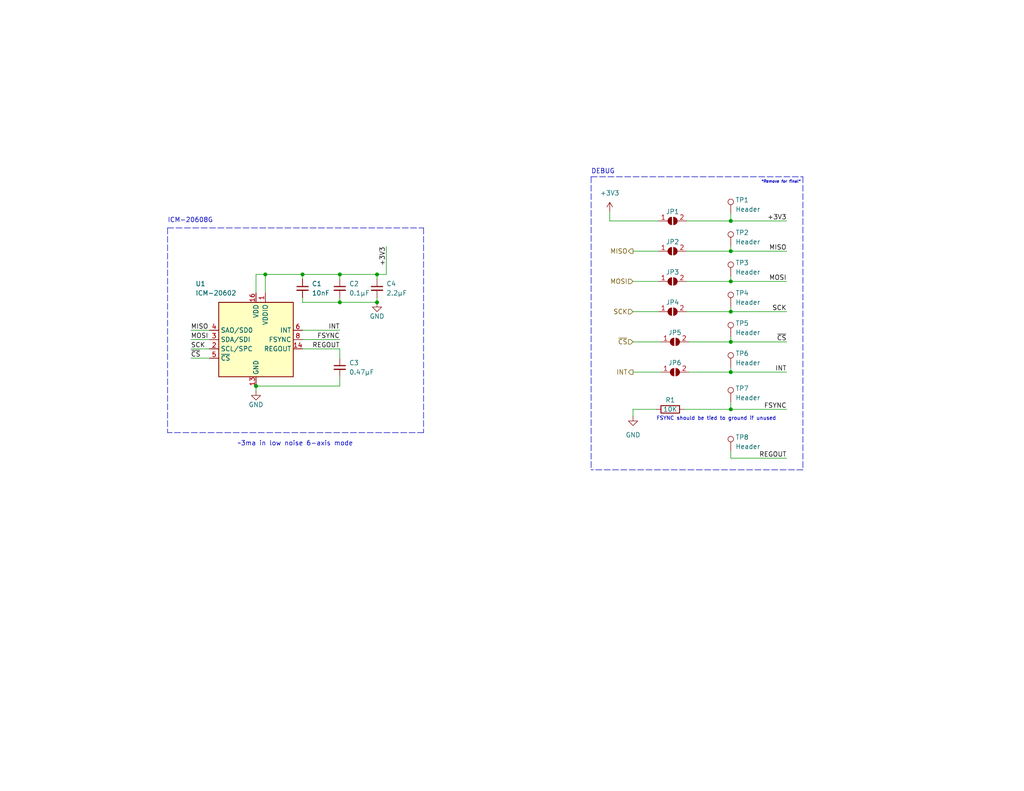
<source format=kicad_sch>
(kicad_sch (version 20211123) (generator eeschema)
  (paper "USLetter")
  (title_block (title "General Purpose IMU") (date "2022-08-06") (rev "V1.0 ") (company "Missouri S&T Rocket Design Team") (comment 1 "Seth Sievers"))
  (lib_symbols
    (symbol "Connector:TestPoint" (pin_numbers hide) (pin_names (offset 0.762) hide)
      (property "Reference" "TP" (at 0 6.858 0))
      (property "Value" "TestPoint" (at 0 5.08 0))
      (symbol "TestPoint_0_1"
        (circle (center 0 3.302) (radius 0.762))
      )
      (symbol "TestPoint_1_1"
        (pin passive line (at 0 0 90) (length 2.54) (name "1") (number "1"))
      )
    )
    (symbol "Device:C_Small" (pin_numbers hide) (pin_names (offset 0.254) hide)
      (property "Reference" "C" (at 0.254 1.778 0))
      (property "Value" "C_Small" (at 0.254 -2.032 0))
      (symbol "C_Small_0_1"
        (polyline (pts (xy -1.524 -0.508) (xy 1.524 -0.508)) (stroke (width 0.3302)))
        (polyline (pts (xy -1.524 0.508) (xy 1.524 0.508)) (stroke (width 0.3048)))
      )
      (symbol "C_Small_1_1"
        (pin passive line (at 0 2.54 270) (length 2.032) (name "~") (number "1"))
        (pin passive line (at 0 -2.54 90) (length 2.032) (name "~") (number "2"))
      )
    )
    (symbol "Device:R" (pin_numbers hide) (pin_names (offset 0))
      (property "Reference" "R" (at 2.032 0 90))
      (property "Value" "R" (at 0 0 90))
      (symbol "R_0_1"
        (rectangle (start -1.016 -2.54) (end 1.016 2.54) (stroke (width 0.254)))
      )
      (symbol "R_1_1"
        (pin passive line (at 0 3.81 270) (length 1.27) (name "~") (number "1"))
        (pin passive line (at 0 -3.81 90) (length 1.27) (name "~") (number "2"))
      )
    )
    (symbol "Jumper:SolderJumper_2_Open" (pin_names (offset 0) hide)
      (property "Reference" "JP" (at 0 2.032 0))
      (property "Value" "SolderJumper_2_Open" (at 0 -2.54 0))
      (symbol "SolderJumper_2_Open_0_1"
        (arc (start -0.254 1.016) (mid -1.27 0) (end -0.254 -1.016))
        (arc (start -0.254 1.016) (mid -1.27 0) (end -0.254 -1.016) (fill (type outline)))
        (polyline (pts (xy -0.254 1.016) (xy -0.254 -1.016)))
        (polyline (pts (xy 0.254 1.016) (xy 0.254 -1.016)))
        (arc (start 0.254 -1.016) (mid 1.27 0) (end 0.254 1.016))
        (arc (start 0.254 -1.016) (mid 1.27 0) (end 0.254 1.016) (fill (type outline)))
      )
      (symbol "SolderJumper_2_Open_1_1"
        (pin passive line (at -3.81 0 0) (length 2.54) (name "A") (number "1"))
        (pin passive line (at 3.81 0 180) (length 2.54) (name "B") (number "2"))
      )
    )
    (symbol "Sensor_Motion:ICM-20602"
      (property "Reference" "U" (at -10.16 11.43 0))
      (property "Value" "ICM-20602" (at 10.16 11.43 0))
      (symbol "ICM-20602_0_1"
        (rectangle (start -10.16 10.16) (end 10.16 -10.16) (stroke (width 0.254)) (fill (type background)))
      )
      (symbol "ICM-20602_1_1"
        (pin power_in line (at 2.54 12.7 270) (length 2.54) (name "VDDIO") (number "1"))
        (pin passive line (at 0 -12.7 90) (length 2.54) hide (name "GND") (number "10"))
        (pin passive line (at 0 -12.7 90) (length 2.54) hide (name "GND") (number "11"))
        (pin passive line (at 0 -12.7 90) (length 2.54) hide (name "GND") (number "12"))
        (pin power_in line (at 0 -12.7 90) (length 2.54) (name "GND") (number "13"))
        (pin passive line (at 12.7 -2.54 180) (length 2.54) (name "REGOUT") (number "14"))
        (pin passive line (at 0 -12.7 90) (length 2.54) hide (name "GND") (number "15"))
        (pin power_in line (at 0 12.7 270) (length 2.54) (name "VDD") (number "16"))
        (pin input line (at -12.7 -2.54 0) (length 2.54) (name "SCL/SPC") (number "2"))
        (pin bidirectional line (at -12.7 0 0) (length 2.54) (name "SDA/SDI") (number "3"))
        (pin bidirectional line (at -12.7 2.54 0) (length 2.54) (name "SAO/SD0") (number "4"))
        (pin input line (at -12.7 -5.08 0) (length 2.54) (name "~{CS}") (number "5"))
        (pin output line (at 12.7 2.54 180) (length 2.54) (name "INT") (number "6"))
        (pin no_connect line (at -10.16 5.08 0) (length 2.54) hide (name "RESV") (number "7"))
        (pin input line (at 12.7 0 180) (length 2.54) (name "FSYNC") (number "8"))
        (pin passive line (at 0 -12.7 90) (length 2.54) hide (name "GND") (number "9"))
      )
    )
    (symbol "power:+3V3" (power) (pin_names (offset 0))
      (property "Value" "+3V3" (at 0 3.556 0))
      (symbol "+3V3_0_1"
        (polyline (pts (xy -0.762 1.27) (xy 0 2.54)))
        (polyline (pts (xy 0 0) (xy 0 2.54)))
        (polyline (pts (xy 0 2.54) (xy 0.762 1.27)))
      )
      (symbol "+3V3_1_1"
        (pin power_in line (at 0 0 90) (length 0) hide (name "+3V3") (number "1"))
      )
    )
    (symbol "power:GND" (power) (pin_names (offset 0))
      (property "Value" "GND" (at 0 -3.81 0))
      (symbol "GND_0_1"
        (polyline (pts (xy 0 0) (xy 0 -1.27) (xy 1.27 -1.27) (xy 0 -2.54) (xy -1.27 -1.27) (xy 0 -1.27)))
      )
      (symbol "GND_1_1"
        (pin power_in line (at 0 0 270) (length 0) hide (name "GND") (number "1"))
      )
    )
  )
  (junction (at 199.39 76.835))
  (junction (at 69.85 105.41))
  (junction (at 102.87 74.93))
  (junction (at 82.55 74.93))
  (junction (at 199.39 60.325))
  (junction (at 102.87 82.55))
  (junction (at 72.39 74.93))
  (junction (at 92.71 74.93))
  (junction (at 199.39 111.76))
  (junction (at 199.39 85.09))
  (junction (at 92.71 82.55))
  (junction (at 199.39 93.345))
  (junction (at 199.39 68.58))
  (junction (at 199.39 101.6))
  (wire (pts (xy 82.55 95.25) (xy 92.71 95.25)))
  (wire (pts (xy 92.71 74.93) (xy 92.71 76.2)))
  (wire (pts (xy 199.39 68.58) (xy 214.63 68.58)))
  (wire (pts (xy 102.87 82.55) (xy 102.87 81.28)))
  (wire (pts (xy 199.39 125.095) (xy 214.63 125.095)))
  (wire (pts (xy 187.325 60.325) (xy 199.39 60.325)))
  (wire (pts (xy 166.37 57.785) (xy 166.37 60.325)))
  (wire (pts (xy 69.85 105.41) (xy 92.71 105.41)))
  (wire (pts (xy 199.39 111.76) (xy 214.63 111.76)))
  (wire (pts (xy 82.55 92.71) (xy 92.71 92.71)))
  (wire (pts (xy 172.72 111.76) (xy 179.07 111.76)))
  (wire (pts (xy 82.55 74.93) (xy 92.71 74.93)))
  (wire (pts (xy 69.85 80.01) (xy 69.85 74.93)))
  (polyline (pts (xy 161.29 48.26) (xy 161.29 128.27)))
  (wire (pts (xy 172.72 68.58) (xy 179.705 68.58)))
  (wire (pts (xy 199.39 101.6) (xy 199.39 100.33)))
  (wire (pts (xy 172.72 111.76) (xy 172.72 113.665)))
  (wire (pts (xy 187.325 68.58) (xy 199.39 68.58)))
  (wire (pts (xy 199.39 75.565) (xy 199.39 76.835)))
  (wire (pts (xy 172.72 93.345) (xy 180.34 93.345)))
  (wire (pts (xy 72.39 74.93) (xy 72.39 80.01)))
  (wire (pts (xy 199.39 125.095) (xy 199.39 123.19)))
  (wire (pts (xy 186.69 111.76) (xy 199.39 111.76)))
  (wire (pts (xy 199.39 76.835) (xy 214.63 76.835)))
  (wire (pts (xy 102.87 74.93) (xy 102.87 76.2)))
  (wire (pts (xy 92.71 82.55) (xy 102.87 82.55)))
  (wire (pts (xy 166.37 60.325) (xy 179.705 60.325)))
  (wire (pts (xy 52.07 90.17) (xy 57.15 90.17)))
  (wire (pts (xy 72.39 74.93) (xy 82.55 74.93)))
  (polyline (pts (xy 161.29 48.26) (xy 219.075 48.26)))
  (wire (pts (xy 187.96 101.6) (xy 199.39 101.6)))
  (wire (pts (xy 172.72 85.09) (xy 179.705 85.09)))
  (wire (pts (xy 52.07 95.25) (xy 57.15 95.25)))
  (wire (pts (xy 172.72 76.835) (xy 179.705 76.835)))
  (polyline (pts (xy 115.57 62.23) (xy 115.57 118.11)))
  (wire (pts (xy 69.85 74.93) (xy 72.39 74.93)))
  (wire (pts (xy 199.39 92.075) (xy 199.39 93.345)))
  (wire (pts (xy 199.39 85.09) (xy 214.63 85.09)))
  (polyline (pts (xy 219.075 128.27) (xy 161.29 128.27)))
  (wire (pts (xy 199.39 67.31) (xy 199.39 68.58)))
  (wire (pts (xy 82.55 82.55) (xy 92.71 82.55)))
  (wire (pts (xy 52.07 92.71) (xy 57.15 92.71)))
  (wire (pts (xy 199.39 101.6) (xy 214.63 101.6)))
  (wire (pts (xy 199.39 60.325) (xy 214.63 60.325)))
  (wire (pts (xy 187.325 76.835) (xy 199.39 76.835)))
  (wire (pts (xy 199.39 109.855) (xy 199.39 111.76)))
  (wire (pts (xy 172.72 101.6) (xy 180.34 101.6)))
  (polyline (pts (xy 45.72 62.23) (xy 45.72 118.11)))
  (polyline (pts (xy 219.075 48.26) (xy 219.075 128.27)))
  (wire (pts (xy 199.39 93.345) (xy 214.63 93.345)))
  (wire (pts (xy 199.39 58.42) (xy 199.39 60.325)))
  (wire (pts (xy 199.39 83.82) (xy 199.39 85.09)))
  (wire (pts (xy 105.41 74.93) (xy 102.87 74.93)))
  (polyline (pts (xy 45.72 62.23) (xy 115.57 62.23)))
  (wire (pts (xy 52.07 97.79) (xy 57.15 97.79)))
  (wire (pts (xy 187.96 93.345) (xy 199.39 93.345)))
  (wire (pts (xy 92.71 74.93) (xy 102.87 74.93)))
  (wire (pts (xy 92.71 95.25) (xy 92.71 97.79)))
  (wire (pts (xy 82.55 74.93) (xy 82.55 76.2)))
  (polyline (pts (xy 115.57 118.11) (xy 45.72 118.11)))
  (wire (pts (xy 82.55 81.28) (xy 82.55 82.55)))
  (wire (pts (xy 82.55 90.17) (xy 92.71 90.17)))
  (wire (pts (xy 92.71 81.28) (xy 92.71 82.55)))
  (wire (pts (xy 187.325 85.09) (xy 199.39 85.09)))
  (wire (pts (xy 69.85 105.41) (xy 69.85 106.68)))
  (wire (pts (xy 105.41 67.31) (xy 105.41 74.93)))
  (wire (pts (xy 92.71 102.87) (xy 92.71 105.41)))
  (text "*Remove for final*" (at 207.645 50.165 0) (effects (font (size 0.75 0.75) italic) (justify left bottom)))
  (text "DEBUG" (at 161.29 47.625 0) (effects (font (size 1.27 1.27)) (justify left bottom)))
  (text "ICM-20608G" (at 45.72 60.96 0) (effects (font (size 1.27 1.27)) (justify left bottom)))
  (text "~3ma in low noise 6-axis mode" (at 64.77 121.92 0) (effects (font (size 1.27 1.27)) (justify left bottom)))
  (text "FSYNC should be tied to ground if unused" (at 179.07 114.935 0) (effects (font (size 1 1)) (justify left bottom)))
  (label "~{CS}" (at 214.63 93.345 180))
  (label "+3V3" (at 214.63 60.325 180))
  (label "FSYNC" (at 92.71 92.71 180))
  (label "INT" (at 92.71 90.17 180))
  (label "MOSI" (at 52.07 92.71 0))
  (label "SCK" (at 214.63 85.09 180))
  (label "~{CS}" (at 52.07 97.79 0))
  (label "FSYNC" (at 214.63 111.76 180))
  (label "SCK" (at 52.07 95.25 0))
  (label "REGOUT" (at 214.63 125.095 180))
  (label "+3V3" (at 105.41 67.31 270))
  (label "INT" (at 214.63 101.6 180))
  (label "MISO" (at 52.07 90.17 0))
  (label "MISO" (at 214.63 68.58 180))
  (label "MOSI" (at 214.63 76.835 180))
  (label "REGOUT" (at 92.71 95.25 180))
  (hierarchical_label "SCK" (shape input) (at 172.72 85.09 180))
  (hierarchical_label "MISO" (shape output) (at 172.72 68.58 180))
  (hierarchical_label "MOSI" (shape input) (at 172.72 76.835 180))
  (hierarchical_label "INT" (shape output) (at 172.72 101.6 180))
  (hierarchical_label "~{CS}" (shape input) (at 172.72 93.345 180))
  (symbol (lib_id "Device:C_Small") (at 92.71 100.33 0) (unit 1)
    (property "Reference" "C3" (at 95.25 99.0662 0) (effects (justify left)))
    (property "Value" "0.47μF" (at 95.25 101.6062 0) (effects (justify left)))
  )
  (symbol (lib_id "Device:R") (at 182.88 111.76 90) (unit 1)
    (property "Reference" "R1" (at 182.88 109.22 90))
    (property "Value" "10K" (at 182.88 111.76 90))
  )
  (symbol (lib_id "Connector:TestPoint") (at 199.39 100.33 0) (unit 1)
    (property "Reference" "TP6" (at 200.66 96.52 0) (effects (justify left)))
    (property "Value" "Header" (at 200.66 99.06 0) (effects (justify left)))
    (property "Footprint" "Connector_PinHeader_2.54mm:PinHeader_1x01_P2.54mm_Vertical" (effects hide))
  )
  (symbol (lib_id "Sensor_Motion:ICM-20602") (at 69.85 92.71 0) (unit 1)
    (property "Reference" "U1" (at 53.34 77.47 0) (effects (justify left)))
    (property "Value" "ICM-20602" (at 53.34 80.01 0) (effects (justify left)))
    (property "Footprint" "Package_LGA:LGA-16_3x3mm_P0.5mm_LayoutBorder3x5y" (effects hide))
    (property "Datasheet" "https://invensense.tdk.com/wp-content/uploads/2015/03/DS-000081-v1.01.pdf?ref_disty=digikey" (effects hide))
    (property "Digikey" "https://www.digikey.com/en/products/detail/tdk-invensense/ICM-20608-G/5177386" (effects hide))
  )
  (symbol (lib_id "Device:C_Small") (at 92.71 78.74 0) (unit 1)
    (property "Reference" "C2" (at 95.25 77.4762 0) (effects (justify left)))
    (property "Value" "0.1μF" (at 95.25 80.0162 0) (effects (justify left)))
  )
  (symbol (lib_id "Jumper:SolderJumper_2_Open") (at 183.515 68.58 0) (unit 1)
    (property "Reference" "JP2" (at 183.515 66.04 0))
    (property "Value" "SolderJumper_2_Open" (effects hide))
    (property "Footprint" "Jumper:SolderJumper-2_P1.3mm_Open_RoundedPad1.0x1.5mm" (effects hide))
  )
  (symbol (lib_id "Connector:TestPoint") (at 199.39 67.31 0) (unit 1)
    (property "Reference" "TP2" (at 200.66 63.5 0) (effects (justify left)))
    (property "Value" "Header" (at 200.66 66.04 0) (effects (justify left)))
    (property "Footprint" "Connector_PinHeader_2.54mm:PinHeader_1x01_P2.54mm_Vertical" (effects hide))
  )
  (symbol (lib_id "Device:C_Small") (at 82.55 78.74 0) (unit 1)
    (property "Reference" "C1" (at 85.09 77.4762 0) (effects (justify left)))
    (property "Value" "10nF" (at 85.09 80.0162 0) (effects (justify left)))
  )
  (symbol (lib_id "Jumper:SolderJumper_2_Open") (at 184.15 93.345 0) (unit 1)
    (property "Reference" "JP5" (at 184.15 90.805 0))
    (property "Value" "SolderJumper_2_Open" (effects hide))
    (property "Footprint" "Jumper:SolderJumper-2_P1.3mm_Open_RoundedPad1.0x1.5mm" (effects hide))
  )
  (symbol (lib_id "power:GND") (at 69.85 106.68 0) (unit 1)
    (property "Reference" "#PWR0103" (effects hide))
    (property "Value" "GND" (at 69.85 110.49 0))
  )
  (symbol (lib_id "power:+3V3") (at 166.37 57.785 0) (unit 1)
    (property "Reference" "#PWR0102" (effects hide))
    (property "Value" "+3V3" (at 166.37 52.705 0))
  )
  (symbol (lib_id "power:GND") (at 172.72 113.665 0) (unit 1)
    (property "Reference" "#PWR0104" (effects hide))
    (property "Value" "GND" (at 172.72 118.745 0))
  )
  (symbol (lib_id "Connector:TestPoint") (at 199.39 92.075 0) (unit 1)
    (property "Reference" "TP5" (at 200.66 88.265 0) (effects (justify left)))
    (property "Value" "Header" (at 200.66 90.805 0) (effects (justify left)))
    (property "Footprint" "Connector_PinHeader_2.54mm:PinHeader_1x01_P2.54mm_Vertical" (effects hide))
  )
  (symbol (lib_id "Device:C_Small") (at 102.87 78.74 0) (unit 1)
    (property "Reference" "C4" (at 105.41 77.4762 0) (effects (justify left)))
    (property "Value" "2.2μF" (at 105.41 80.0162 0) (effects (justify left)))
  )
  (symbol (lib_id "Connector:TestPoint") (at 199.39 75.565 0) (unit 1)
    (property "Reference" "TP3" (at 200.66 71.755 0) (effects (justify left)))
    (property "Value" "Header" (at 200.66 74.295 0) (effects (justify left)))
    (property "Footprint" "Connector_PinHeader_2.54mm:PinHeader_1x01_P2.54mm_Vertical" (effects hide))
  )
  (symbol (lib_id "Connector:TestPoint") (at 199.39 83.82 0) (unit 1)
    (property "Reference" "TP4" (at 200.66 80.01 0) (effects (justify left)))
    (property "Value" "Header" (at 200.66 82.55 0) (effects (justify left)))
    (property "Footprint" "Connector_PinHeader_2.54mm:PinHeader_1x01_P2.54mm_Vertical" (effects hide))
  )
  (symbol (lib_id "Jumper:SolderJumper_2_Open") (at 183.515 85.09 0) (unit 1)
    (property "Reference" "JP4" (at 183.515 82.55 0))
    (property "Value" "SolderJumper_2_Open" (effects hide))
    (property "Footprint" "Jumper:SolderJumper-2_P1.3mm_Open_RoundedPad1.0x1.5mm" (effects hide))
  )
  (symbol (lib_id "Connector:TestPoint") (at 199.39 123.19 0) (unit 1)
    (property "Reference" "TP8" (at 200.66 119.38 0) (effects (justify left)))
    (property "Value" "Header" (at 200.66 121.92 0) (effects (justify left)))
    (property "Footprint" "Connector_PinHeader_2.54mm:PinHeader_1x01_P2.54mm_Vertical" (effects hide))
  )
  (symbol (lib_id "power:GND") (at 102.87 82.55 0) (unit 1)
    (property "Reference" "#PWR0101" (effects hide))
    (property "Value" "GND" (at 102.87 86.36 0))
  )
  (symbol (lib_id "Jumper:SolderJumper_2_Open") (at 184.15 101.6 0) (unit 1)
    (property "Reference" "JP6" (at 184.15 99.06 0))
    (property "Value" "SolderJumper_2_Open" (effects hide))
    (property "Footprint" "Jumper:SolderJumper-2_P1.3mm_Open_RoundedPad1.0x1.5mm" (effects hide))
  )
  (symbol (lib_id "Jumper:SolderJumper_2_Open") (at 183.515 60.325 0) (unit 1)
    (property "Reference" "JP1" (at 183.515 57.785 0))
    (property "Value" "SolderJumper_2_Open" (effects hide))
    (property "Footprint" "Jumper:SolderJumper-2_P1.3mm_Open_RoundedPad1.0x1.5mm" (effects hide))
  )
  (symbol (lib_id "Connector:TestPoint") (at 199.39 109.855 0) (unit 1)
    (property "Reference" "TP7" (at 200.66 106.045 0) (effects (justify left)))
    (property "Value" "Header" (at 200.66 108.585 0) (effects (justify left)))
    (property "Footprint" "Connector_PinHeader_2.54mm:PinHeader_1x01_P2.54mm_Vertical" (effects hide))
  )
  (symbol (lib_id "Jumper:SolderJumper_2_Open") (at 183.515 76.835 0) (unit 1)
    (property "Reference" "JP3" (at 183.515 74.295 0))
    (property "Value" "SolderJumper_2_Open" (effects hide))
    (property "Footprint" "Jumper:SolderJumper-2_P1.3mm_Open_RoundedPad1.0x1.5mm" (effects hide))
  )
  (symbol (lib_id "Connector:TestPoint") (at 199.39 58.42 0) (unit 1)
    (property "Reference" "TP1" (at 200.66 54.61 0) (effects (justify left)))
    (property "Value" "Header" (at 200.66 57.15 0) (effects (justify left)))
    (property "Footprint" "Connector_PinHeader_2.54mm:PinHeader_1x01_P2.54mm_Vertical" (effects hide))
  )
)
</source>
